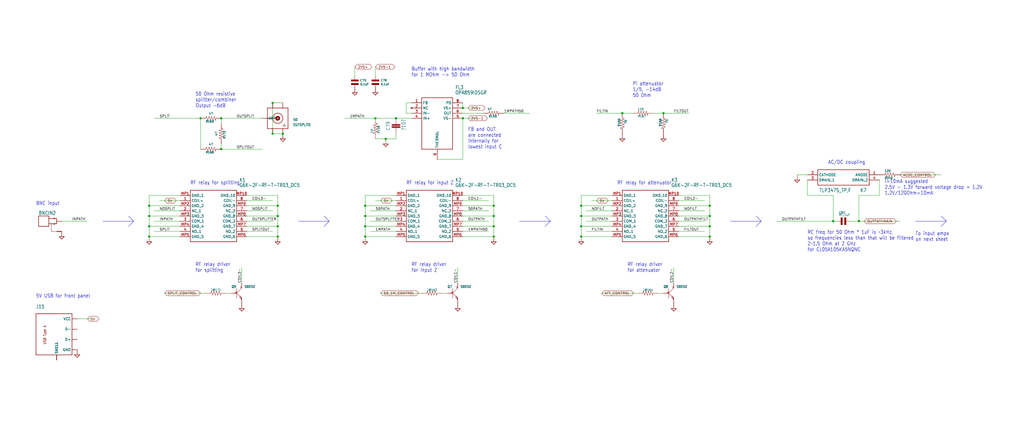
<source format=kicad_sch>
(kicad_sch (version 20231120) (generator "eeschema") (generator_version "8.0")
  (paper "User" 505.739 210.007)
  (lib_symbols
    (symbol "haasoscope_pro_adc_fpga_board-eagle-import:C-EUC0805"
      (property "Reference" "C" (at 1.524 0.381 0))
      (symbol "C-EUC0805_1_0"
        (rectangle (start -2.032 -2.032) (end 2.032 -1.524) (fill (type outline)))
        (rectangle (start -2.032 -1.016) (end 2.032 -0.508) (fill (type outline)))
        (polyline (pts (xy 0 -2.54) (xy 0 -2.032)) (stroke (width 0.1524)))
        (polyline (pts (xy 0 0) (xy 0 -0.508)) (stroke (width 0.1524)))
        (pin passive line (at 0 2.54 270) (length 2.54) (name "1") (number "1"))
        (pin passive line (at 0 -5.08 90) (length 2.54) (name "2") (number "2"))
      )
    )
    (symbol "haasoscope_pro_adc_fpga_board-eagle-import:CAPACITOR_NP_0402"
      (property "Reference" "C" (at 2.54 1.524 0))
      (symbol "CAPACITOR_NP_0402_1_0"
        (rectangle (start -1.778 -1.27) (end 1.778 -0.508) (fill (type outline)))
        (rectangle (start -1.778 0.508) (end 1.778 1.27) (fill (type outline)))
        (polyline (pts (xy 0 -2.54) (xy 0 -1.016)) (stroke (width 0.1524)))
        (polyline (pts (xy 0 2.54) (xy 0 1.016)) (stroke (width 0.1524)))
        (pin passive line (at 0 2.54 270) (length 0) (name "P$1") (number "P$1"))
        (pin passive line (at 0 -2.54 90) (length 0) (name "P$2") (number "P$2"))
      )
    )
    (symbol "haasoscope_pro_adc_fpga_board-eagle-import:G6K-2F-RF-T-TR03_DC5"
      (property "Reference" "K" (at 29.21 7.62 0))
      (symbol "G6K-2F-RF-T-TR03_DC5_1_0"
        (polyline (pts (xy 5.08 2.54) (xy 5.08 -22.86)) (stroke (width 0.254)))
        (polyline (pts (xy 5.08 2.54) (xy 27.94 2.54)) (stroke (width 0.254)))
        (polyline (pts (xy 27.94 -22.86) (xy 5.08 -22.86)) (stroke (width 0.254)))
        (polyline (pts (xy 27.94 -22.86) (xy 27.94 2.54)) (stroke (width 0.254)))
        (pin bidirectional line (at 0 -2.54 0) (length 5.08) (name "COIL+") (number "1"))
        (pin bidirectional line (at 0 -7.62 0) (length 5.08) (name "NC_1") (number "2"))
        (pin bidirectional line (at 0 -12.7 0) (length 5.08) (name "COM_1") (number "3"))
        (pin bidirectional line (at 0 -17.78 0) (length 5.08) (name "NO_1") (number "4"))
        (pin bidirectional line (at 33.02 -17.78 180) (length 5.08) (name "NO_2") (number "5"))
        (pin bidirectional line (at 33.02 -12.7 180) (length 5.08) (name "COM_2") (number "6"))
        (pin bidirectional line (at 33.02 -7.62 180) (length 5.08) (name "NC_2") (number "7"))
        (pin bidirectional line (at 33.02 -2.54 180) (length 5.08) (name "COIL-") (number "8"))
        (pin bidirectional line (at 0 0 0) (length 5.08) (name "GND_1") (number "MP1"))
        (pin bidirectional line (at 33.02 0 180) (length 5.08) (name "GND_10") (number "MP10"))
        (pin bidirectional line (at 0 -5.08 0) (length 5.08) (name "GND_2") (number "MP2"))
        (pin bidirectional line (at 0 -10.16 0) (length 5.08) (name "GND_3") (number "MP3"))
        (pin bidirectional line (at 0 -15.24 0) (length 5.08) (name "GND_4") (number "MP4"))
        (pin bidirectional line (at 0 -20.32 0) (length 5.08) (name "GND_5") (number "MP5"))
        (pin bidirectional line (at 33.02 -20.32 180) (length 5.08) (name "GND_6") (number "MP6"))
        (pin bidirectional line (at 33.02 -15.24 180) (length 5.08) (name "GND_7") (number "MP7"))
        (pin bidirectional line (at 33.02 -10.16 180) (length 5.08) (name "GND_8") (number "MP8"))
        (pin bidirectional line (at 33.02 -5.08 180) (length 5.08) (name "GND_9") (number "MP9"))
      )
    )
    (symbol "haasoscope_pro_adc_fpga_board-eagle-import:MF_Passives_RESISTOR_0402"
      (property "Reference" "R" (at 2.54 1.524 0))
      (symbol "MF_Passives_RESISTOR_0402_1_0"
        (polyline (pts (xy -1.016 -2.286) (xy 0 -2.54)) (stroke (width 0.1524)))
        (polyline (pts (xy -1.016 -1.016) (xy 1.016 -1.651)) (stroke (width 0.1524)))
        (polyline (pts (xy -1.016 0.254) (xy 1.016 -0.381)) (stroke (width 0.1524)))
        (polyline (pts (xy -1.016 1.524) (xy 1.016 0.889)) (stroke (width 0.1524)))
        (polyline (pts (xy 0 2.54) (xy 1.016 2.159)) (stroke (width 0.1524)))
        (polyline (pts (xy 1.016 -1.651) (xy -1.016 -2.286)) (stroke (width 0.1524)))
        (polyline (pts (xy 1.016 -0.381) (xy -1.016 -1.016)) (stroke (width 0.1524)))
        (polyline (pts (xy 1.016 0.889) (xy -1.016 0.254)) (stroke (width 0.1524)))
        (polyline (pts (xy 1.016 2.159) (xy -1.016 1.524)) (stroke (width 0.1524)))
        (pin passive line (at 0 5.08 270) (length 2.54) (name "P$1") (number "P$1"))
        (pin passive line (at 0 -5.08 90) (length 2.54) (name "P$2") (number "P$2"))
      )
    )
    (symbol "haasoscope_pro_adc_fpga_board-eagle-import:MOLEX_BNC_73100-0105"
      (property "Reference" "J" (at -3.81 3.048 0))
      (symbol "MOLEX_BNC_73100-0105_1_0"
        (polyline (pts (xy -3.81 -2.54) (xy 1.27 -2.54)) (stroke (width 0.254)))
        (polyline (pts (xy -3.81 2.54) (xy -3.81 -2.54)) (stroke (width 0.254)))
        (polyline (pts (xy 1.27 -2.54) (xy 1.27 -1.27)) (stroke (width 0.254)))
        (polyline (pts (xy 1.27 -1.27) (xy 2.54 -1.27)) (stroke (width 0.254)))
        (polyline (pts (xy 1.27 1.27) (xy 1.27 -1.27)) (stroke (width 0.254)))
        (polyline (pts (xy 1.27 1.27) (xy 1.27 2.54)) (stroke (width 0.254)))
        (polyline (pts (xy 1.27 2.54) (xy -3.81 2.54)) (stroke (width 0.254)))
        (polyline (pts (xy 2.54 -5.08) (xy 2.54 -1.27)) (stroke (width 0.1524)))
        (polyline (pts (xy 2.54 -1.27) (xy 3.81 -1.27)) (stroke (width 0.254)))
        (polyline (pts (xy 3.81 -1.524) (xy 4.064 -1.524)) (stroke (width 0.254)))
        (polyline (pts (xy 3.81 -1.27) (xy 3.81 -1.524)) (stroke (width 0.254)))
        (polyline (pts (xy 3.81 -1.27) (xy 4.064 -1.27)) (stroke (width 0.254)))
        (polyline (pts (xy 3.81 1.27) (xy 1.27 1.27)) (stroke (width 0.254)))
        (polyline (pts (xy 3.81 1.27) (xy 3.81 1.524)) (stroke (width 0.254)))
        (polyline (pts (xy 3.81 1.524) (xy 4.064 1.524)) (stroke (width 0.254)))
        (polyline (pts (xy 4.064 -1.524) (xy 4.064 -1.27)) (stroke (width 0.254)))
        (polyline (pts (xy 4.064 -1.27) (xy 5.08 -1.27)) (stroke (width 0.254)))
        (polyline (pts (xy 4.064 1.27) (xy 3.81 1.27)) (stroke (width 0.254)))
        (polyline (pts (xy 4.064 1.524) (xy 4.064 1.27)) (stroke (width 0.254)))
        (polyline (pts (xy 5.08 -5.08) (xy 2.54 -5.08)) (stroke (width 0.1524)))
        (polyline (pts (xy 5.08 -1.27) (xy 5.08 1.27)) (stroke (width 0.254)))
        (polyline (pts (xy 5.08 1.27) (xy 4.064 1.27)) (stroke (width 0.254)))
        (pin bidirectional line (at 7.62 -5.08 180) (length 2.54) (name "GND") (number "GND1"))
        (pin bidirectional line (at 7.62 -5.08 180) (length 2.54) (name "GND") (number "GND2"))
        (pin bidirectional line (at 7.62 0 180) (length 2.54) (name "SIGNAL") (number "SIGNAL"))
      )
    )
    (symbol "haasoscope_pro_adc_fpga_board-eagle-import:OPA859IDSGR"
      (property "Reference" "FL" (at 21.59 7.62 0))
      (symbol "OPA859IDSGR_1_0"
        (polyline (pts (xy 5.08 2.54) (xy 5.08 -22.86)) (stroke (width 0.254)))
        (polyline (pts (xy 5.08 2.54) (xy 20.32 2.54)) (stroke (width 0.254)))
        (polyline (pts (xy 20.32 -22.86) (xy 5.08 -22.86)) (stroke (width 0.254)))
        (polyline (pts (xy 20.32 -22.86) (xy 20.32 2.54)) (stroke (width 0.254)))
        (pin input line (at 0 0 0) (length 5.08) (name "FB") (number "1"))
        (pin no_connect line (at 0 -2.54 0) (length 5.08) (name "NC") (number "2"))
        (pin input line (at 0 -5.08 0) (length 5.08) (name "IN-") (number "3"))
        (pin input line (at 0 -7.62 0) (length 5.08) (name "IN+") (number "4"))
        (pin power_in line (at 25.4 -7.62 180) (length 5.08) (name "VS-") (number "5"))
        (pin output line (at 25.4 -5.08 180) (length 5.08) (name "OUT") (number "6"))
        (pin power_in line (at 25.4 -2.54 180) (length 5.08) (name "VS+") (number "7"))
        (pin input line (at 25.4 0 180) (length 5.08) (name "PD") (number "8"))
        (pin bidirectional line (at 12.7 -27.94 90) (length 5.08) (name "THERMAL") (number "9"))
      )
    )
    (symbol "haasoscope_pro_adc_fpga_board-eagle-import:SMACONNECTOR_EDGE"
      (property "Reference" "X" (at 7.62 2.54 0))
      (symbol "SMACONNECTOR_EDGE_1_0"
        (polyline (pts (xy -5.08 -5.08) (xy -5.08 0)) (stroke (width 0.254)))
        (polyline (pts (xy -5.08 0) (xy -5.08 5.08)) (stroke (width 0.254)))
        (polyline (pts (xy -5.08 0) (xy 0 0)) (stroke (width 0.254)))
        (polyline (pts (xy -5.08 5.08) (xy 5.08 5.08)) (stroke (width 0.254)))
        (polyline (pts (xy 2.54 3.81) (xy 3.175 3.81)) (stroke (width 0.127)))
        (polyline (pts (xy 3.175 3.175) (xy 2.54 3.81)) (stroke (width 0.127)))
        (polyline (pts (xy 3.175 3.81) (xy 3.175 2.54)) (stroke (width 0.127)))
        (polyline (pts (xy 3.175 3.81) (xy 3.81 3.81)) (stroke (width 0.127)))
        (polyline (pts (xy 3.81 3.81) (xy 3.175 3.175)) (stroke (width 0.127)))
        (polyline (pts (xy 5.08 -5.08) (xy -5.08 -5.08)) (stroke (width 0.254)))
        (polyline (pts (xy 5.08 5.08) (xy 5.08 -5.08)) (stroke (width 0.254)))
        (circle (center 0 0) (radius 0.3592) (stroke (width 0.8128)))
        (circle (center 0 0) (radius 2.54) (stroke (width 0.254)))
        (pin power_in line (at 2.54 -7.62 90) (length 2.54) (name "GND4") (number "GND@1"))
        (pin power_in line (at -2.54 -7.62 90) (length 2.54) (name "GND3") (number "GND@2"))
        (pin power_in line (at 2.54 7.62 270) (length 2.54) (name "GND2") (number "GND@3"))
        (pin power_in line (at -2.54 7.62 270) (length 2.54) (name "GND1") (number "GND@4"))
        (pin bidirectional line (at -7.62 0 0) (length 2.54) (name "ANT") (number "P"))
      )
    )
    (symbol "haasoscope_pro_adc_fpga_board-eagle-import:SMD-TRANSISTORS-NPN-25V-500MW-S8050(SOT-23)"
      (property "Reference" "Q" (at -2.54 2.54 0))
      (symbol "SMD-TRANSISTORS-NPN-25V-500MW-S8050(SOT-23)_1_0"
        (polyline (pts (xy 0 -2.54) (xy 0 0)) (stroke (width 0.1524)))
        (polyline (pts (xy 0 0) (xy 0 2.54)) (stroke (width 0.1524)))
        (polyline (pts (xy 0 0) (xy 2.54 -2.54)) (stroke (width 0.1524)))
        (polyline (pts (xy 0 0) (xy 2.54 2.54)) (stroke (width 0.1524)))
        (polyline (pts (xy 2.54 -2.54) (xy 1.27 -1.905)) (stroke (width 0.1524)))
        (polyline (pts (xy 2.54 -2.54) (xy 1.905 -1.27)) (stroke (width 0.1524)))
        (text "B" (at -0.635 0 0) (effects (font (size 0.635 0.5397)) (justify left bottom)))
        (text "C" (at 1.905 2.54 0) (effects (font (size 0.635 0.5397)) (justify left bottom)))
        (text "E" (at 1.905 -3.175 0) (effects (font (size 0.635 0.5397)) (justify left bottom)))
        (pin passive line (at -2.54 0 0) (length 2.54) (name "B") (number "1"))
        (pin passive line (at 2.54 -5.08 90) (length 2.54) (name "E") (number "2"))
        (pin passive line (at 2.54 5.08 270) (length 2.54) (name "C") (number "3"))
      )
    )
    (symbol "haasoscope_pro_adc_fpga_board-eagle-import:TLP3475_TP,F"
      (property "Reference" "K" (at 31.75 7.62 0))
      (symbol "TLP3475_TP,F_1_0"
        (polyline (pts (xy 5.08 2.54) (xy 5.08 -5.08)) (stroke (width 0.254)))
        (polyline (pts (xy 5.08 2.54) (xy 30.48 2.54)) (stroke (width 0.254)))
        (polyline (pts (xy 30.48 -5.08) (xy 5.08 -5.08)) (stroke (width 0.254)))
        (polyline (pts (xy 30.48 -5.08) (xy 30.48 2.54)) (stroke (width 0.254)))
        (pin bidirectional line (at 0 -2.54 0) (length 5.08) (name "ANODE") (number "1"))
        (pin bidirectional line (at 35.56 -2.54 180) (length 5.08) (name "CATHODE") (number "2"))
        (pin bidirectional line (at 35.56 0 180) (length 5.08) (name "DRAIN_1") (number "3"))
        (pin bidirectional line (at 0 0 0) (length 5.08) (name "DRAIN_2") (number "4"))
      )
    )
    (symbol "haasoscope_pro_adc_fpga_board-eagle-import:USB-TYPE-ATHT-RA"
      (symbol "USB-TYPE-ATHT-RA_1_0"
        (polyline (pts (xy -12.7 -10.16) (xy 5.08 -10.16)) (stroke (width 0.254)))
        (polyline (pts (xy -12.7 10.16) (xy -12.7 -10.16)) (stroke (width 0.254)))
        (polyline (pts (xy 5.08 -10.16) (xy 5.08 10.16)) (stroke (width 0.254)))
        (polyline (pts (xy 5.08 10.16) (xy -12.7 10.16)) (stroke (width 0.254)))
        (text "USB Type A" (at -7.62 -5.08 900) (effects (font (size 1.27 1.0795)) (justify left bottom)))
        (pin power_in line (at 7.62 7.62 180) (length 2.54) (name "VCC") (number "P$1"))
        (pin bidirectional line (at 7.62 2.54 180) (length 2.54) (name "D-") (number "P$2"))
        (pin bidirectional line (at 7.62 -2.54 180) (length 2.54) (name "D+") (number "P$3"))
        (pin power_in line (at 7.62 -7.62 180) (length 2.54) (name "GND") (number "P$4"))
        (pin bidirectional line (at -2.54 -12.7 90) (length 2.54) (name "SHELL") (number "S$1"))
        (pin bidirectional line (at -2.54 -12.7 90) (length 2.54) (name "SHELL") (number "S$2"))
      )
    )
    (symbol "haasoscope_pro_adc_fpga_board-eagle-import:supply2_GND" (power)
      (symbol "supply2_GND_1_0"
        (polyline (pts (xy -1.27 0) (xy 1.27 0)) (stroke (width 0.254)))
        (polyline (pts (xy 0 -1.27) (xy -1.27 0)) (stroke (width 0.254)))
        (polyline (pts (xy 1.27 0) (xy 0 -1.27)) (stroke (width 0.254)))
        (pin power_in line (at 0 2.54 270) (length 2.54) (name "GND") (number "1"))
      )
    )
  )
  (junction (at 185.42 58.42))
  (junction (at 137.16 106.68))
  (junction (at 228.6 58.42))
  (junction (at 137.16 101.6))
  (junction (at 195.58 58.42))
  (junction (at 109.22 58.42))
  (junction (at 287.02 111.76))
  (junction (at 137.16 111.76))
  (junction (at 287.02 116.84))
  (junction (at 350.52 106.68))
  (junction (at 350.52 116.84))
  (junction (at 287.02 101.6))
  (junction (at 180.34 106.68))
  (junction (at 424.18 109.22))
  (junction (at 73.66 111.76))
  (junction (at 73.66 106.68))
  (junction (at 73.66 101.6))
  (junction (at 99.06 58.42))
  (junction (at 243.84 116.84))
  (junction (at 287.02 106.68))
  (junction (at 243.84 111.76))
  (junction (at 109.22 73.66))
  (junction (at 134.62 50.8))
  (junction (at 139.7 66.04))
  (junction (at 180.34 116.84))
  (junction (at 134.62 66.04))
  (junction (at 228.6 53.34))
  (junction (at 190.5 68.58))
  (junction (at 350.52 101.6))
  (junction (at 243.84 106.68))
  (junction (at 243.84 101.6))
  (junction (at 307.34 55.88))
  (junction (at 73.66 116.84))
  (junction (at 327.66 55.88))
  (junction (at 180.34 101.6))
  (junction (at 411.48 109.22))
  (junction (at 137.16 116.84))
  (junction (at 350.52 111.76))
  (junction (at 180.34 111.76))
  (wire (pts (xy 302.26 104.14) (xy 289.56 104.14)) (stroke (width 0.1524)))
  (wire (pts (xy 434.34 96.52) (xy 434.34 88.9)) (stroke (width 0.1524)))
  (wire (pts (xy 137.16 101.6) (xy 121.92 101.6)) (stroke (width 0.1524)))
  (wire (pts (xy 424.18 109.22) (xy 444.5 109.22)) (stroke (width 0.1524)))
  (wire (pts (xy 332.74 139.7) (xy 332.74 132.08)) (stroke (width 0.1524)))
  (wire (pts (xy 325.12 144.78) (xy 327.66 144.78)) (stroke (width 0.1524)))
  (wire (pts (xy 137.16 106.68) (xy 137.16 101.6)) (stroke (width 0.1524)))
  (wire (pts (xy 73.66 116.84) (xy 73.66 111.76)) (stroke (width 0.1524)))
  (wire (pts (xy 195.58 101.6) (xy 180.34 101.6)) (stroke (width 0.1524)))
  (wire (pts (xy 200.66 50.8) (xy 200.66 55.88)) (stroke (width 0.1524)))
  (wire (pts (xy 88.9 101.6) (xy 73.66 101.6)) (stroke (width 0.1524)))
  (wire (pts (xy 73.66 111.76) (xy 88.9 111.76)) (stroke (width 0.1524)))
  (wire (pts (xy 424.18 109.22) (xy 424.18 96.52)) (stroke (width 0.1524)))
  (wire (pts (xy 73.66 111.76) (xy 73.66 106.68)) (stroke (width 0.1524)))
  (wire (pts (xy 137.16 111.76) (xy 137.16 116.84)) (stroke (width 0.1524)))
  (wire (pts (xy 226.06 139.7) (xy 226.06 132.08)) (stroke (width 0.1524)))
  (wire (pts (xy 111.76 144.78) (xy 114.3 144.78)) (stroke (width 0.1524)))
  (wire (pts (xy 195.58 68.58) (xy 190.5 68.58)) (stroke (width 0.1524)))
  (wire (pts (xy 119.38 139.7) (xy 119.38 132.08)) (stroke (width 0.1524)))
  (wire (pts (xy 350.52 111.76) (xy 350.52 116.84)) (stroke (width 0.1524)))
  (wire (pts (xy 208.28 144.78) (xy 187.96 144.78)) (stroke (width 0.1524)))
  (wire (pts (xy 73.66 106.68) (xy 88.9 106.68)) (stroke (width 0.1524)))
  (polyline (pts (xy 452.12 109.22) (xy 467.36 109.22)) (stroke (width 0.1524) (type solid)))
  (wire (pts (xy 109.22 60.96) (xy 109.22 58.42)) (stroke (width 0.1524)))
  (wire (pts (xy 419.1 109.22) (xy 424.18 109.22)) (stroke (width 0.1524)))
  (wire (pts (xy 215.9 78.74) (xy 228.6 78.74)) (stroke (width 0.1524)))
  (wire (pts (xy 411.48 109.22) (xy 411.48 96.52)) (stroke (width 0.1524)))
  (wire (pts (xy 335.28 99.06) (xy 347.98 99.06)) (stroke (width 0.1524)))
  (wire (pts (xy 243.84 106.68) (xy 243.84 111.76)) (stroke (width 0.1524)))
  (wire (pts (xy 99.06 58.42) (xy 99.06 73.66)) (stroke (width 0.1524)))
  (wire (pts (xy 218.44 144.78) (xy 220.98 144.78)) (stroke (width 0.1524)))
  (wire (pts (xy 335.28 111.76) (xy 350.52 111.76)) (stroke (width 0.1524)))
  (wire (pts (xy 287.02 96.52) (xy 287.02 101.6)) (stroke (width 0.1524)))
  (wire (pts (xy 335.28 114.3) (xy 347.98 114.3)) (stroke (width 0.1524)))
  (wire (pts (xy 200.66 55.88) (xy 203.2 55.88)) (stroke (width 0.1524)))
  (wire (pts (xy 88.9 109.22) (xy 76.2 109.22)) (stroke (width 0.1524)))
  (wire (pts (xy 312.42 55.88) (xy 307.34 55.88)) (stroke (width 0.1524)))
  (wire (pts (xy 243.84 96.52) (xy 228.6 96.52)) (stroke (width 0.1524)))
  (wire (pts (xy 180.34 96.52) (xy 180.34 101.6)) (stroke (width 0.1524)))
  (wire (pts (xy 335.28 106.68) (xy 350.52 106.68)) (stroke (width 0.1524)))
  (wire (pts (xy 243.84 111.76) (xy 243.84 116.84)) (stroke (width 0.1524)))
  (polyline (pts (xy 375.92 109.22) (xy 373.38 111.76)) (stroke (width 0.1524) (type solid)))
  (wire (pts (xy 195.58 96.52) (xy 180.34 96.52)) (stroke (width 0.1524)))
  (wire (pts (xy 236.22 58.42) (xy 228.6 58.42)) (stroke (width 0.1524)))
  (polyline (pts (xy 160.02 106.68) (xy 162.56 109.22)) (stroke (width 0.1524) (type solid)))
  (wire (pts (xy 99.06 58.42) (xy 76.2 58.42)) (stroke (width 0.1524)))
  (wire (pts (xy 302.26 99.06) (xy 292.1 99.06)) (stroke (width 0.1524)))
  (wire (pts (xy 411.48 96.52) (xy 398.78 96.52)) (stroke (width 0.1524)))
  (wire (pts (xy 129.54 58.42) (xy 109.22 58.42)) (stroke (width 0.1524)))
  (wire (pts (xy 88.9 114.3) (xy 76.2 114.3)) (stroke (width 0.1524)))
  (wire (pts (xy 203.2 58.42) (xy 195.58 58.42)) (stroke (width 0.1524)))
  (wire (pts (xy 335.28 116.84) (xy 350.52 116.84)) (stroke (width 0.1524)))
  (wire (pts (xy 228.6 55.88) (xy 238.76 55.88)) (stroke (width 0.1524)))
  (wire (pts (xy 464.82 86.36) (xy 444.5 86.36)) (stroke (width 0.1524)))
  (polyline (pts (xy 66.04 109.22) (xy 63.5 111.76)) (stroke (width 0.1524) (type solid)))
  (wire (pts (xy 228.6 111.76) (xy 243.84 111.76)) (stroke (width 0.1524)))
  (wire (pts (xy 228.6 116.84) (xy 243.84 116.84)) (stroke (width 0.1524)))
  (wire (pts (xy 350.52 106.68) (xy 350.52 111.76)) (stroke (width 0.1524)))
  (polyline (pts (xy 464.82 106.68) (xy 467.36 109.22)) (stroke (width 0.1524) (type solid)))
  (wire (pts (xy 134.62 50.8) (xy 139.7 50.8)) (stroke (width 0.1524)))
  (wire (pts (xy 335.28 109.22) (xy 347.98 109.22)) (stroke (width 0.1524)))
  (wire (pts (xy 307.34 55.88) (xy 294.64 55.88)) (stroke (width 0.1524)))
  (wire (pts (xy 228.6 106.68) (xy 243.84 106.68)) (stroke (width 0.1524)))
  (wire (pts (xy 121.92 111.76) (xy 137.16 111.76)) (stroke (width 0.1524)))
  (wire (pts (xy 185.42 58.42) (xy 195.58 58.42)) (stroke (width 0.1524)))
  (wire (pts (xy 350.52 101.6) (xy 350.52 96.52)) (stroke (width 0.1524)))
  (wire (pts (xy 175.26 38.1) (xy 175.26 33.02)) (stroke (width 0.1524)))
  (wire (pts (xy 73.66 96.52) (xy 73.66 101.6)) (stroke (width 0.1524)))
  (polyline (pts (xy 373.38 106.68) (xy 375.92 109.22)) (stroke (width 0.1524) (type solid)))
  (polyline (pts (xy 162.56 109.22) (xy 160.02 111.76)) (stroke (width 0.1524) (type solid)))
  (wire (pts (xy 322.58 55.88) (xy 327.66 55.88)) (stroke (width 0.1524)))
  (wire (pts (xy 335.28 104.14) (xy 347.98 104.14)) (stroke (width 0.1524)))
  (wire (pts (xy 327.66 55.88) (xy 340.36 55.88)) (stroke (width 0.1524)))
  (wire (pts (xy 287.02 101.6) (xy 287.02 106.68)) (stroke (width 0.1524)))
  (wire (pts (xy 228.6 78.74) (xy 228.6 58.42)) (stroke (width 0.1524)))
  (wire (pts (xy 350.52 96.52) (xy 335.28 96.52)) (stroke (width 0.1524)))
  (wire (pts (xy 228.6 114.3) (xy 241.3 114.3)) (stroke (width 0.1524)))
  (wire (pts (xy 121.92 116.84) (xy 137.16 116.84)) (stroke (width 0.1524)))
  (wire (pts (xy 287.02 106.68) (xy 302.26 106.68)) (stroke (width 0.1524)))
  (wire (pts (xy 190.5 68.58) (xy 185.42 68.58)) (stroke (width 0.1524)))
  (wire (pts (xy 414.02 109.22) (xy 411.48 109.22)) (stroke (width 0.1524)))
  (wire (pts (xy 302.26 114.3) (xy 289.56 114.3)) (stroke (width 0.1524)))
  (wire (pts (xy 195.58 114.3) (xy 182.88 114.3)) (stroke (width 0.1524)))
  (wire (pts (xy 180.34 116.84) (xy 180.34 111.76)) (stroke (width 0.1524)))
  (polyline (pts (xy 271.78 109.22) (xy 269.24 111.76)) (stroke (width 0.1524) (type solid)))
  (wire (pts (xy 121.92 104.14) (xy 134.62 104.14)) (stroke (width 0.1524)))
  (wire (pts (xy 228.6 53.34) (xy 236.22 53.34)) (stroke (width 0.1524)))
  (wire (pts (xy 398.78 88.9) (xy 398.78 96.52)) (stroke (width 0.1524)))
  (wire (pts (xy 228.6 104.14) (xy 241.3 104.14)) (stroke (width 0.1524)))
  (wire (pts (xy 243.84 101.6) (xy 243.84 96.52)) (stroke (width 0.1524)))
  (wire (pts (xy 30.48 109.22) (xy 43.18 109.22)) (stroke (width 0.1524)))
  (wire (pts (xy 393.7 86.36) (xy 398.78 86.36)) (stroke (width 0.1524)))
  (wire (pts (xy 314.96 144.78) (xy 297.18 144.78)) (stroke (width 0.1524)))
  (wire (pts (xy 424.18 96.52) (xy 434.34 96.52)) (stroke (width 0.1524)))
  (polyline (pts (xy 256.54 109.22) (xy 271.78 109.22)) (stroke (width 0.1524) (type solid)))
  (polyline (pts (xy 360.68 109.22) (xy 375.92 109.22)) (stroke (width 0.1524) (type solid)))
  (wire (pts (xy 180.34 111.76) (xy 195.58 111.76)) (stroke (width 0.1524)))
  (wire (pts (xy 137.16 96.52) (xy 121.92 96.52)) (stroke (width 0.1524)))
  (wire (pts (xy 88.9 99.06) (xy 78.74 99.06)) (stroke (width 0.1524)))
  (wire (pts (xy 121.92 109.22) (xy 134.62 109.22)) (stroke (width 0.1524)))
  (wire (pts (xy 38.1 157.48) (xy 45.72 157.48)) (stroke (width 0.1524)))
  (wire (pts (xy 195.58 66.04) (xy 195.58 68.58)) (stroke (width 0.1524)))
  (polyline (pts (xy 269.24 106.68) (xy 271.78 109.22)) (stroke (width 0.1524) (type solid)))
  (wire (pts (xy 170.18 58.42) (xy 185.42 58.42)) (stroke (width 0.1524)))
  (wire (pts (xy 195.58 109.22) (xy 182.88 109.22)) (stroke (width 0.1524)))
  (wire (pts (xy 180.34 111.76) (xy 180.34 106.68)) (stroke (width 0.1524)))
  (wire (pts (xy 203.2 50.8) (xy 200.66 50.8)) (stroke (width 0.1524)))
  (polyline (pts (xy 467.36 109.22) (xy 464.82 111.76)) (stroke (width 0.1524) (type solid)))
  (wire (pts (xy 302.26 96.52) (xy 287.02 96.52)) (stroke (width 0.1524)))
  (wire (pts (xy 243.84 106.68) (xy 243.84 101.6)) (stroke (width 0.1524)))
  (wire (pts (xy 88.9 96.52) (xy 73.66 96.52)) (stroke (width 0.1524)))
  (wire (pts (xy 302.26 109.22) (xy 289.56 109.22)) (stroke (width 0.1524)))
  (wire (pts (xy 137.16 101.6) (xy 137.16 96.52)) (stroke (width 0.1524)))
  (wire (pts (xy 180.34 116.84) (xy 195.58 116.84)) (stroke (width 0.1524)))
  (polyline (pts (xy 147.32 109.22) (xy 162.56 109.22)) (stroke (width 0.1524) (type solid)))
  (wire (pts (xy 228.6 109.22) (xy 241.3 109.22)) (stroke (width 0.1524)))
  (wire (pts (xy 411.48 109.22) (xy 383.54 109.22)) (stroke (width 0.1524)))
  (wire (pts (xy 287.02 111.76) (xy 287.02 106.68)) (stroke (width 0.1524)))
  (polyline (pts (xy 50.8 109.22) (xy 66.04 109.22)) (stroke (width 0.1524) (type solid)))
  (wire (pts (xy 121.92 114.3) (xy 134.62 114.3)) (stroke (width 0.1524)))
  (wire (pts (xy 302.26 101.6) (xy 287.02 101.6)) (stroke (width 0.1524)))
  (wire (pts (xy 287.02 111.76) (xy 302.26 111.76)) (stroke (width 0.1524)))
  (wire (pts (xy 195.58 99.06) (xy 185.42 99.06)) (stroke (width 0.1524)))
  (wire (pts (xy 185.42 38.1) (xy 185.42 33.02)) (stroke (width 0.1524)))
  (wire (pts (xy 73.66 116.84) (xy 88.9 116.84)) (stroke (width 0.1524)))
  (wire (pts (xy 195.58 104.14) (xy 182.88 104.14)) (stroke (width 0.1524)))
  (wire (pts (xy 228.6 99.06) (xy 241.3 99.06)) (stroke (width 0.1524)))
  (wire (pts (xy 109.22 73.66) (xy 129.54 73.66)) (stroke (width 0.1524)))
  (wire (pts (xy 121.92 106.68) (xy 137.16 106.68)) (stroke (width 0.1524)))
  (polyline (pts (xy 63.5 106.68) (xy 66.04 109.22)) (stroke (width 0.1524) (type solid)))
  (wire (pts (xy 287.02 116.84) (xy 302.26 116.84)) (stroke (width 0.1524)))
  (wire (pts (xy 243.84 101.6) (xy 228.6 101.6)) (stroke (width 0.1524)))
  (wire (pts (xy 180.34 106.68) (xy 195.58 106.68)) (stroke (width 0.1524)))
  (wire (pts (xy 101.6 144.78) (xy 81.28 144.78)) (stroke (width 0.1524)))
  (wire (pts (xy 121.92 99.06) (xy 134.62 99.06)) (stroke (width 0.1524)))
  (wire (pts (xy 73.66 101.6) (xy 73.66 106.68)) (stroke (width 0.1524)))
  (wire (pts (xy 228.6 50.8) (xy 228.6 53.34)) (stroke (width 0.1524)))
  (wire (pts (xy 287.02 116.84) (xy 287.02 111.76)) (stroke (width 0.1524)))
  (wire (pts (xy 134.62 66.04) (xy 134.62 50.8)) (stroke (width 0.1524)))
  (wire (pts (xy 180.34 101.6) (xy 180.34 106.68)) (stroke (width 0.1524)))
  (wire (pts (xy 109.22 71.12) (xy 109.22 73.66)) (stroke (width 0.1524)))
  (wire (pts (xy 248.92 55.88) (xy 261.62 55.88)) (stroke (width 0.1524)))
  (wire (pts (xy 88.9 104.14) (xy 76.2 104.14)) (stroke (width 0.1524)))
  (wire (pts (xy 139.7 66.04) (xy 134.62 66.04)) (stroke (width 0.1524)))
  (wire (pts (xy 350.52 106.68) (xy 350.52 101.6)) (stroke (width 0.1524)))
  (wire (pts (xy 137.16 106.68) (xy 137.16 111.76)) (stroke (width 0.1524)))
  (wire (pts (xy 350.52 101.6) (xy 335.28 101.6)) (stroke (width 0.1524)))
  (text "I=10mA suggested\n2.5V - 1.3V forward voltage drop = 1.2V\n1.2V/120Ohm=10mA" (at 436.88 96.52 0) (effects (font (size 1.778 1.5113)) (justify left bottom)))
  (text "FB and OUT\nare connected\ninternally for\nlowest input C" (at 231.14 73.66 0) (effects (font (size 1.778 1.5113)) (justify left bottom)))
  (text "RF relay for input Z" (at 200.66 91.44 0) (effects (font (size 1.778 1.5113)) (justify left bottom)))
  (text "BNC input" (at 17.78 101.6 0) (effects (font (size 1.778 1.5113)) (justify left bottom)))
  (text "RF relay for attenuator" (at 304.8 91.44 0) (effects (font (size 1.778 1.5113)) (justify left bottom)))
  (text "To input amps\non next sheet" (at 452.12 119.38 0) (effects (font (size 1.778 1.5113)) (justify left bottom)))
  (text "RC freq for 50 Ohm * 1uF is ~3kHz,\nso frequencies less than that will be filtered\nZ~1.5 Ohm at 2 GHz\nfor CL05A105KA5NQNC" (at 398.78 124.46 0) (effects (font (size 1.778 1.5113)) (justify left bottom)))
  (text "RF relay driver\nfor input Z" (at 203.2 134.62 0) (effects (font (size 1.778 1.5113)) (justify left bottom)))
  (text "RF relay driver\nfor splitting" (at 96.52 134.62 0) (effects (font (size 1.778 1.5113)) (justify left bottom)))
  (text "50 Ohm resistive\nsplitter/combiner\nOutput -6dB" (at 96.52 53.34 0) (effects (font (size 1.778 1.5113)) (justify left bottom)))
  (text "RF relay driver\nfor attenuator" (at 309.88 134.62 0) (effects (font (size 1.778 1.5113)) (justify left bottom)))
  (text "Buffer with high bandwidth\nfor 1 MOhm -> 50 Ohm" (at 203.2 38.1 0) (effects (font (size 1.778 1.5113)) (justify left bottom)))
  (text "RF relay for splitting" (at 93.98 91.44 0) (effects (font (size 1.778 1.5113)) (justify left bottom)))
  (text "Pi attenuator\n1/5, -14dB\n50 Ohm" (at 312.42 48.26 0) (effects (font (size 1.778 1.5113)) (justify left bottom)))
  (text "AC/DC coupling" (at 408.94 81.28 0) (effects (font (size 1.778 1.5113)) (justify left bottom)))
  (text "5V USB for front panel" (at 17.78 147.32 0) (effects (font (size 1.778 1.5113)) (justify left bottom)))
  (label "COIL2-" (at 332.74 139.7 90) (effects (font (size 1.2446 1.2446))))
  (label "OUTPATH" (at 231.14 109.22 0) (effects (font (size 1.2446 1.2446))))
  (label "SPLIT" (at 78.74 114.3 0) (effects (font (size 1.2446 1.2446))))
  (label "1MPATH50" (at 248.92 55.88 0) (effects (font (size 1.2446 1.2446))))
  (label "50PATH" (at 185.42 104.14 0) (effects (font (size 1.2446 1.2446))))
  (label "50PATH" (at 231.14 104.14 0) (effects (font (size 1.2446 1.2446))))
  (label "NOFILT" (at 337.82 104.14 0) (effects (font (size 1.2446 1.2446))))
  (label "FILTIN" (at 294.64 55.88 0) (effects (font (size 1.2446 1.2446))))
  (label "1MPATH" (at 172.72 58.42 0) (effects (font (size 1.2446 1.2446))))
  (label "1MPATH" (at 185.42 114.3 0) (effects (font (size 1.2446 1.2446))))
  (label "FILTOUT" (at 337.82 114.3 0) (effects (font (size 1.2446 1.2446))))
  (label "1MPATH50" (at 231.14 114.3 0) (effects (font (size 1.2446 1.2446))))
  (label "OUTSPLITTER" (at 185.42 109.22 0) (effects (font (size 1.2446 1.2446))))
  (label "SPLITOUT" (at 124.46 114.3 0) (effects (font (size 1.2446 1.2446))))
  (label "COIL2-" (at 337.82 99.06 0) (effects (font (size 1.2446 1.2446))))
  (label "COIL3-" (at 124.46 99.06 0) (effects (font (size 1.2446 1.2446))))
  (label "OUTPATH" (at 292.1 109.22 0) (effects (font (size 1.2446 1.2446))))
  (label "COIL1-" (at 231.14 99.06 0) (effects (font (size 1.2446 1.2446))))
  (label "COIL3-" (at 119.38 139.7 90) (effects (font (size 1.2446 1.2446))))
  (label "INPATH" (at 35.56 109.22 0) (effects (font (size 1.2446 1.2446))))
  (label "FILTIN" (at 292.1 114.3 0) (effects (font (size 1.2446 1.2446))))
  (label "NOSPLIT" (at 124.46 104.14 0) (effects (font (size 1.2446 1.2446))))
  (label "NOFILT" (at 292.1 104.14 0) (effects (font (size 1.2446 1.2446))))
  (label "OUTSPLIT" (at 116.84 58.42 0) (effects (font (size 1.2446 1.2446))))
  (label "SPLIT" (at 78.74 58.42 0) (effects (font (size 1.2446 1.2446))))
  (label "COIL1-" (at 226.06 139.7 90) (effects (font (size 1.2446 1.2446))))
  (label "OUTPATHFILT" (at 386.08 109.22 0) (effects (font (size 1.2446 1.2446))))
  (label "OUTPATHFILT" (at 337.82 109.22 0) (effects (font (size 1.2446 1.2446))))
  (label "OUTSPLITTER" (at 124.46 109.22 0) (effects (font (size 1.2446 1.2446))))
  (label "INPATH" (at 78.74 109.22 0) (effects (font (size 1.2446 1.2446))))
  (label "SPLITOUT" (at 116.84 73.66 0) (effects (font (size 1.2446 1.2446))))
  (label "FILTOUT" (at 332.74 55.88 0) (effects (font (size 1.2446 1.2446))))
  (label "NOSPLIT" (at 78.74 104.14 0) (effects (font (size 1.2446 1.2446))))
  (global_label "5V" (shape bidirectional) (at 81.28 99.06 0) (effects (font (size 1.2446 1.2446))) (property "Intersheetrefs" "${INTERSHEET_REFS}" (effects (hide yes))))
  (global_label "5V" (shape bidirectional) (at 43.18 157.48 0) (effects (font (size 1.2446 1.2446))) (property "Intersheetrefs" "${INTERSHEET_REFS}" (effects (hide yes))))
  (global_label "5V" (shape bidirectional) (at 294.64 99.06 0) (effects (font (size 1.2446 1.2446))) (property "Intersheetrefs" "${INTERSHEET_REFS}" (effects (hide yes))))
  (global_label "2V5+" (shape bidirectional) (at 175.26 33.02 0) (effects (font (size 1.2446 1.2446))) (property "Intersheetrefs" "${INTERSHEET_REFS}" (effects (hide yes))))
  (global_label "2V5-1" (shape bidirectional) (at 185.42 33.02 0) (effects (font (size 1.2446 1.2446))) (property "Intersheetrefs" "${INTERSHEET_REFS}" (effects (hide yes))))
  (global_label "OUTPATHMAIN" (shape bidirectional) (at 426.72 109.22 0) (effects (font (size 1.2446 1.2446))) (property "Intersheetrefs" "${INTERSHEET_REFS}" (effects (hide yes))))
  (global_label "ATT_CONTROL" (shape bidirectional) (at 297.18 144.78 0) (effects (font (size 1.2446 1.2446))) (property "Intersheetrefs" "${INTERSHEET_REFS}" (effects (hide yes))))
  (global_label "ACDC_CONTROL" (shape bidirectional) (at 444.5 86.36 0) (effects (font (size 1.2446 1.2446))) (property "Intersheetrefs" "${INTERSHEET_REFS}" (effects (hide yes))))
  (global_label "50_1M_CONTROL" (shape bidirectional) (at 187.96 144.78 0) (effects (font (size 1.2446 1.2446))) (property "Intersheetrefs" "${INTERSHEET_REFS}" (effects (hide yes))))
  (global_label "2V5-1" (shape bidirectional) (at 231.14 58.42 0) (effects (font (size 1.2446 1.2446))) (property "Intersheetrefs" "${INTERSHEET_REFS}" (effects (hide yes))))
  (global_label "SPLIT_CONTROL" (shape bidirectional) (at 81.28 144.78 0) (effects (font (size 1.2446 1.2446))) (property "Intersheetrefs" "${INTERSHEET_REFS}" (effects (hide yes))))
  (global_label "2V5+" (shape bidirectional) (at 231.14 53.34 0) (effects (font (size 1.2446 1.2446))) (property "Intersheetrefs" "${INTERSHEET_REFS}" (effects (hide yes))))
  (global_label "5V" (shape bidirectional) (at 187.96 99.06 0) (effects (font (size 1.2446 1.2446))) (property "Intersheetrefs" "${INTERSHEET_REFS}" (effects (hide yes))))
  (symbol (lib_id "haasoscope_pro_adc_fpga_board-eagle-import:SMD-TRANSISTORS-NPN-25V-500MW-S8050(SOT-23)") (at 116.84 144.78 0) (unit 1)
    (property "Reference" "Q9" (at 114.3 142.24 0) (effects (font (size 1.27 1.0795)) (justify left bottom)))
    (property "Value" "S8050" (at 120.65 142.24 0) (effects (font (size 1.27 1.0795)) (justify left bottom)))
    (property "Footprint" "haasoscope_pro_adc_fpga_board:SOT-23" (effects (hide yes)))
    (property "LCSC" "C7420370" (effects (hide yes)))
  )
  (symbol (lib_id "haasoscope_pro_adc_fpga_board-eagle-import:MF_Passives_RESISTOR_0402") (at 185.42 63.5 180) (unit 1)
    (property "Reference" "R158" (at 186.436 66.04 90) (effects (font (size 1.016 1.016)) (justify right bottom)))
    (property "Value" "1M" (at 183.134 63.5 90) (effects (font (size 1.016 1.016)) (justify left bottom)))
    (property "Footprint" "haasoscope_pro_adc_fpga_board:R0402" (effects (hide yes)))
  )
  (symbol (lib_id "haasoscope_pro_adc_fpga_board-eagle-import:supply2_GND") (at 226.06 152.4 0) (unit 1)
    (property "Reference" "#SUPPLY089" (effects (hide yes)))
    (property "Value" "GND" (effects (hide yes)))
  )
  (symbol (lib_id "haasoscope_pro_adc_fpga_board-eagle-import:supply2_GND") (at 139.7 68.58 0) (unit 1)
    (property "Reference" "#SUPPLY06" (effects (hide yes)))
    (property "Value" "GND" (effects (hide yes)))
  )
  (symbol (lib_id "haasoscope_pro_adc_fpga_board-eagle-import:SMD-TRANSISTORS-NPN-25V-500MW-S8050(SOT-23)") (at 223.52 144.78 0) (unit 1)
    (property "Reference" "Q7" (at 220.98 142.24 0) (effects (font (size 1.27 1.0795)) (justify left bottom)))
    (property "Value" "S8050" (at 227.33 142.24 0) (effects (font (size 1.27 1.0795)) (justify left bottom)))
    (property "Footprint" "haasoscope_pro_adc_fpga_board:SOT-23" (effects (hide yes)))
    (property "LCSC" "C7420370" (effects (hide yes)))
  )
  (symbol (lib_id "haasoscope_pro_adc_fpga_board-eagle-import:G6K-2F-RF-T-TR03_DC5") (at 302.26 96.52 0) (unit 1)
    (property "Reference" "K3" (at 331.47 88.9 0) (effects (font (size 1.778 1.5113)) (justify left)))
    (property "Value" "G6K-2F-RF-T-TR03_DC5" (at 331.47 91.44 0) (effects (font (size 1.778 1.5113)) (justify left)))
    (property "Footprint" "haasoscope_pro_adc_fpga_board:G6K2FRFTTR03DC5" (effects (hide yes)))
  )
  (symbol (lib_id "haasoscope_pro_adc_fpga_board-eagle-import:MF_Passives_RESISTOR_0402") (at 320.04 144.78 270) (unit 1)
    (property "Reference" "R164" (at 322.58 143.764 90) (effects (font (size 1.016 1.016)) (justify right bottom)))
    (property "Value" "1k" (at 317.5 143.764 90) (effects (font (size 1.016 1.016)) (justify left bottom)))
    (property "Footprint" "haasoscope_pro_adc_fpga_board:R0402" (effects (hide yes)))
  )
  (symbol (lib_id "haasoscope_pro_adc_fpga_board-eagle-import:C-EUC0805") (at 195.58 63.5 180) (unit 1)
    (property "Reference" "C79" (at 192.659 64.516 90) (effects (font (size 1.778 1.5113)) (justify right top)))
    (property "Value" "?10?" (at 200.279 64.516 90) (effects (font (size 1.778 1.5113)) (justify right top)))
    (property "Footprint" "haasoscope_pro_adc_fpga_board:C0805" (effects (hide yes)))
  )
  (symbol (lib_id "haasoscope_pro_adc_fpga_board-eagle-import:USB-TYPE-ATHT-RA") (at 30.48 165.1 0) (unit 1)
    (property "Reference" "J15" (at 17.78 152.4 0) (effects (font (size 1.778 1.5113)) (justify left bottom)))
    (property "Value" "test1" (effects (hide yes)))
    (property "Footprint" "haasoscope_pro_adc_fpga_board:USB-2.0-A-THT-RA-TE_AMP-292303-1" (effects (hide yes)))
  )
  (symbol (lib_id "haasoscope_pro_adc_fpga_board-eagle-import:supply2_GND") (at 180.34 119.38 0) (unit 1)
    (property "Reference" "#SUPPLY011" (effects (hide yes)))
    (property "Value" "GND" (effects (hide yes)))
  )
  (symbol (lib_id "haasoscope_pro_adc_fpga_board-eagle-import:MF_Passives_RESISTOR_0402") (at 243.84 55.88 90) (unit 1)
    (property "Reference" "R159" (at 241.3 56.896 90) (effects (font (size 1.016 1.016)) (justify right bottom)))
    (property "Value" "47" (at 242.824 53.34 90) (effects (font (size 1.016 1.016)) (justify left bottom)))
    (property "Footprint" "haasoscope_pro_adc_fpga_board:R0402" (effects (hide yes)))
  )
  (symbol (lib_id "haasoscope_pro_adc_fpga_board-eagle-import:supply2_GND") (at 190.5 71.12 0) (mirror y) (unit 1)
    (property "Reference" "#SUPPLY084" (effects (hide yes)))
    (property "Value" "GND" (effects (hide yes)))
  )
  (symbol (lib_id "haasoscope_pro_adc_fpga_board-eagle-import:TLP3475_TP,F") (at 434.34 88.9 180) (unit 1)
    (property "Reference" "K7" (at 427.99 93.98 0) (effects (font (size 1.778 1.5113)) (justify left)))
    (property "Value" "TLP3475_TP,F" (at 420.37 93.98 0) (effects (font (size 1.778 1.5113)) (justify left)))
    (property "Footprint" "haasoscope_pro_adc_fpga_board:TLP3475TPF" (effects (hide yes)))
    (property "MANUFACTURER_PART_NUMBER" "TLP3475" (effects (hide yes)))
    (property "MOUSER_PART_NUMBER" "757-TLP3475" (effects (hide yes)))
  )
  (symbol (lib_id "haasoscope_pro_adc_fpga_board-eagle-import:MF_Passives_RESISTOR_0402") (at 439.42 86.36 90) (unit 1)
    (property "Reference" "R240" (at 436.88 87.376 90) (effects (font (size 1.016 1.016)) (justify right bottom)))
    (property "Value" "120" (at 439.928 83.82 90) (effects (font (size 1.016 1.016)) (justify left bottom)))
    (property "Footprint" "haasoscope_pro_adc_fpga_board:R0402" (effects (hide yes)))
  )
  (symbol (lib_id "haasoscope_pro_adc_fpga_board-eagle-import:CAPACITOR_NP_0402") (at 185.42 40.64 0) (unit 1)
    (property "Reference" "C78" (at 187.96 39.116 0) (effects (font (size 1.016 1.016)) (justify left top)))
    (property "Value" "0.1uF" (at 187.96 42.164 0) (effects (font (size 1.016 1.016)) (justify left bottom)))
    (property "Footprint" "haasoscope_pro_adc_fpga_board:C0402" (effects (hide yes)))
  )
  (symbol (lib_id "haasoscope_pro_adc_fpga_board-eagle-import:OPA859IDSGR") (at 203.2 50.8 0) (unit 1)
    (property "Reference" "FL3" (at 224.79 43.18 0) (effects (font (size 1.778 1.5113)) (justify left)))
    (property "Value" "OPA859IDSGR" (at 224.79 45.72 0) (effects (font (size 1.778 1.5113)) (justify left)))
    (property "Footprint" "haasoscope_pro_adc_fpga_board:SON50P200X200X80-9N" (effects (hide yes)))
  )
  (symbol (lib_id "haasoscope_pro_adc_fpga_board-eagle-import:MF_Passives_RESISTOR_0402") (at 109.22 66.04 180) (unit 1)
    (property "Reference" "R170" (at 110.236 68.58 90) (effects (font (size 1.016 1.016)) (justify right bottom)))
    (property "Value" "47" (at 107.442 67.056 90) (effects (font (size 1.016 1.016)) (justify right top)))
    (property "Footprint" "haasoscope_pro_adc_fpga_board:R0402" (effects (hide yes)))
  )
  (symbol (lib_id "haasoscope_pro_adc_fpga_board-eagle-import:G6K-2F-RF-T-TR03_DC5") (at 88.9 96.52 0) (unit 1)
    (property "Reference" "K1" (at 118.11 88.9 0) (effects (font (size 1.778 1.5113)) (justify left)))
    (property "Value" "G6K-2F-RF-T-TR03_DC5" (at 118.11 91.44 0) (effects (font (size 1.778 1.5113)) (justify left)))
    (property "Footprint" "haasoscope_pro_adc_fpga_board:G6K2FRFTTR03DC5" (effects (hide yes)))
  )
  (symbol (lib_id "haasoscope_pro_adc_fpga_board-eagle-import:SMACONNECTOR_EDGE") (at 137.16 58.42 0) (mirror x) (unit 1)
    (property "Reference" "OUTSPLIT0" (at 144.78 60.96 0) (effects (font (size 1.27 1.0795)) (justify left bottom)))
    (property "Value" "50" (at 144.78 58.42 0) (effects (font (size 1.27 1.0795)) (justify left bottom)))
    (property "Footprint" "haasoscope_pro_adc_fpga_board:SMA_EDGELAUNCH" (effects (hide yes)))
  )
  (symbol (lib_id "haasoscope_pro_adc_fpga_board-eagle-import:supply2_GND") (at 287.02 119.38 0) (unit 1)
    (property "Reference" "#SUPPLY013" (effects (hide yes)))
    (property "Value" "GND" (effects (hide yes)))
  )
  (symbol (lib_id "haasoscope_pro_adc_fpga_board-eagle-import:supply2_GND") (at 393.7 88.9 0) (mirror y) (unit 1)
    (property "Reference" "#SUPPLY020" (effects (hide yes)))
    (property "Value" "GND" (effects (hide yes)))
  )
  (symbol (lib_id "haasoscope_pro_adc_fpga_board-eagle-import:supply2_GND") (at 119.38 152.4 0) (unit 1)
    (property "Reference" "#SUPPLY099" (effects (hide yes)))
    (property "Value" "GND" (effects (hide yes)))
  )
  (symbol (lib_id "haasoscope_pro_adc_fpga_board-eagle-import:SMD-TRANSISTORS-NPN-25V-500MW-S8050(SOT-23)") (at 330.2 144.78 0) (unit 1)
    (property "Reference" "Q8" (at 327.66 142.24 0) (effects (font (size 1.27 1.0795)) (justify left bottom)))
    (property "Value" "S8050" (at 334.01 142.24 0) (effects (font (size 1.27 1.0795)) (justify left bottom)))
    (property "Footprint" "haasoscope_pro_adc_fpga_board:SOT-23" (effects (hide yes)))
    (property "LCSC" "C7420370" (effects (hide yes)))
  )
  (symbol (lib_id "haasoscope_pro_adc_fpga_board-eagle-import:supply2_GND") (at 185.42 45.72 0) (unit 1)
    (property "Reference" "#SUPPLY081" (effects (hide yes)))
    (property "Value" "GND" (effects (hide yes)))
  )
  (symbol (lib_id "haasoscope_pro_adc_fpga_board-eagle-import:MF_Passives_RESISTOR_0402") (at 213.36 144.78 270) (unit 1)
    (property "Reference" "R162" (at 215.9 143.764 90) (effects (font (size 1.016 1.016)) (justify right bottom)))
    (property "Value" "1k" (at 210.82 143.764 90) (effects (font (size 1.016 1.016)) (justify left bottom)))
    (property "Footprint" "haasoscope_pro_adc_fpga_board:R0402" (effects (hide yes)))
  )
  (symbol (lib_id "haasoscope_pro_adc_fpga_board-eagle-import:MF_Passives_RESISTOR_0402") (at 317.5 55.88 90) (unit 1)
    (property "Reference" "R167" (at 314.96 56.896 90) (effects (font (size 1.016 1.016)) (justify right bottom)))
    (property "Value" "120" (at 318.008 53.34 90) (effects (font (size 1.016 1.016)) (justify left bottom)))
    (property "Footprint" "haasoscope_pro_adc_fpga_board:R0402" (effects (hide yes)))
  )
  (symbol (lib_id "haasoscope_pro_adc_fpga_board-eagle-import:MF_Passives_RESISTOR_0402") (at 104.14 58.42 90) (unit 1)
    (property "Reference" "R169" (at 101.6 59.436 90) (effects (font (size 1.016 1.016)) (justify right bottom)))
    (property "Value" "47" (at 103.124 56.642 90) (effects (font (size 1.016 1.016)) (justify right top)))
    (property "Footprint" "haasoscope_pro_adc_fpga_board:R0402" (effects (hide yes)))
  )
  (symbol (lib_id "haasoscope_pro_adc_fpga_board-eagle-import:G6K-2F-RF-T-TR03_DC5") (at 195.58 96.52 0) (unit 1)
    (property "Reference" "K2" (at 224.79 88.9 0) (effects (font (size 1.778 1.5113)) (justify left)))
    (property "Value" "G6K-2F-RF-T-TR03_DC5" (at 224.79 91.44 0) (effects (font (size 1.778 1.5113)) (justify left)))
    (property "Footprint" "haasoscope_pro_adc_fpga_board:G6K2FRFTTR03DC5" (effects (hide yes)))
  )
  (symbol (lib_id "haasoscope_pro_adc_fpga_board-eagle-import:supply2_GND") (at 307.34 68.58 0) (unit 1)
    (property "Reference" "#SUPPLY096" (effects (hide yes)))
    (property "Value" "GND" (effects (hide yes)))
  )
  (symbol (lib_id "haasoscope_pro_adc_fpga_board-eagle-import:supply2_GND") (at 30.48 116.84 0) (mirror y) (unit 1)
    (property "Reference" "#SUPPLY085" (effects (hide yes)))
    (property "Value" "GND" (effects (hide yes)))
  )
  (symbol (lib_id "haasoscope_pro_adc_fpga_board-eagle-import:supply2_GND") (at 73.66 119.38 0) (unit 1)
    (property "Reference" "#SUPPLY09" (effects (hide yes)))
    (property "Value" "GND" (effects (hide yes)))
  )
  (symbol (lib_id "haasoscope_pro_adc_fpga_board-eagle-import:MF_Passives_RESISTOR_0402") (at 106.68 144.78 270) (unit 1)
    (property "Reference" "R171" (at 109.22 143.764 90) (effects (font (size 1.016 1.016)) (justify right bottom)))
    (property "Value" "1k" (at 104.14 143.764 90) (effects (font (size 1.016 1.016)) (justify left bottom)))
    (property "Footprint" "haasoscope_pro_adc_fpga_board:R0402" (effects (hide yes)))
  )
  (symbol (lib_id "haasoscope_pro_adc_fpga_board-eagle-import:supply2_GND") (at 175.26 45.72 0) (unit 1)
    (property "Reference" "#SUPPLY082" (effects (hide yes)))
    (property "Value" "GND" (effects (hide yes)))
  )
  (symbol (lib_id "haasoscope_pro_adc_fpga_board-eagle-import:MF_Passives_RESISTOR_0402") (at 307.34 60.96 0) (unit 1)
    (property "Reference" "R165" (at 306.324 58.42 90) (effects (font (size 1.016 1.016)) (justify right bottom)))
    (property "Value" "75" (at 309.626 61.214 90) (effects (font (size 1.016 1.016)) (justify left bottom)))
    (property "Footprint" "haasoscope_pro_adc_fpga_board:R0402" (effects (hide yes)))
  )
  (symbol (lib_id "haasoscope_pro_adc_fpga_board-eagle-import:supply2_GND") (at 38.1 175.26 0) (unit 1)
    (property "Reference" "#SUPPLY0108" (effects (hide yes)))
    (property "Value" "GND" (effects (hide yes)))
  )
  (symbol (lib_id "haasoscope_pro_adc_fpga_board-eagle-import:supply2_GND") (at 350.52 119.38 0) (unit 1)
    (property "Reference" "#SUPPLY014" (effects (hide yes)))
    (property "Value" "GND" (effects (hide yes)))
  )
  (symbol (lib_id "haasoscope_pro_adc_fpga_board-eagle-import:MF_Passives_RESISTOR_0402") (at 104.14 73.66 90) (unit 1)
    (property "Reference" "R168" (at 101.6 74.676 90) (effects (font (size 1.016 1.016)) (justify right bottom)))
    (property "Value" "47" (at 103.124 71.882 90) (effects (font (size 1.016 1.016)) (justify right top)))
    (property "Footprint" "haasoscope_pro_adc_fpga_board:R0402" (effects (hide yes)))
  )
  (symbol (lib_id "haasoscope_pro_adc_fpga_board-eagle-import:supply2_GND") (at 243.84 119.38 0) (unit 1)
    (property "Reference" "#SUPPLY012" (effects (hide yes)))
    (property "Value" "GND" (effects (hide yes)))
  )
  (symbol (lib_id "haasoscope_pro_adc_fpga_board-eagle-import:MOLEX_BNC_73100-0105") (at 22.86 109.22 0) (unit 1)
    (property "Reference" "BNCIN2" (at 19.05 106.172 0) (effects (font (size 1.778 1.5113)) (justify left bottom)))
    (property "Value" "MOLEX_BNC_73100-0105" (effects (hide yes)))
    (property "Footprint" "haasoscope_pro_adc_fpga_board:MOLEX-BNC-73100-0105" (effects (hide yes)))
    (property "MPN" "73100-0105" (effects (hide yes)))
  )
  (symbol (lib_id "haasoscope_pro_adc_fpga_board-eagle-import:supply2_GND") (at 137.16 119.38 0) (unit 1)
    (property "Reference" "#SUPPLY010" (effects (hide yes)))
    (property "Value" "GND" (effects (hide yes)))
  )
  (symbol (lib_id "haasoscope_pro_adc_fpga_board-eagle-import:supply2_GND") (at 327.66 68.58 0) (unit 1)
    (property "Reference" "#SUPPLY097" (effects (hide yes)))
    (property "Value" "GND" (effects (hide yes)))
  )
  (symbol (lib_id "haasoscope_pro_adc_fpga_board-eagle-import:supply2_GND") (at 332.74 152.4 0) (unit 1)
    (property "Reference" "#SUPPLY094" (effects (hide yes)))
    (property "Value" "GND" (effects (hide yes)))
  )
  (symbol (lib_id "haasoscope_pro_adc_fpga_board-eagle-import:MF_Passives_RESISTOR_0402") (at 327.66 60.96 0) (unit 1)
    (property "Reference" "R166" (at 326.644 58.42 90) (effects (font (size 1.016 1.016)) (justify right bottom)))
    (property "Value" "75" (at 329.946 60.96 90) (effects (font (size 1.016 1.016)) (justify left bottom)))
    (property "Footprint" "haasoscope_pro_adc_fpga_board:R0402" (effects (hide yes)))
  )
  (symbol (lib_id "haasoscope_pro_adc_fpga_board-eagle-import:CAPACITOR_NP_0402") (at 175.26 40.64 0) (unit 1)
    (property "Reference" "C75" (at 177.8 39.116 0) (effects (font (size 1.016 1.016)) (justify left top)))
    (property "Value" "0.1uF" (at 177.8 42.164 0) (effects (font (size 1.016 1.016)) (justify left bottom)))
    (property "Footprint" "haasoscope_pro_adc_fpga_board:C0402" (effects (hide yes)))
  )
  (symbol (lib_id "haasoscope_pro_adc_fpga_board-eagle-import:CAPACITOR_NP_0402") (at 416.56 109.22 90) (unit 1)
    (property "Reference" "C82" (at 414.274 104.394 90) (effects (font (size 1.016 1.016)) (justify right bottom)))
    (property "Value" "RF_1uF" (at 414.274 106.68 90) (effects (font (size 1.016 1.016)) (justify right top)))
    (property "Footprint" "haasoscope_pro_adc_fpga_board:C0402" (effects (hide yes)))
    (property "LCSC" "C52923" (effects (hide yes)))
  )
)
</source>
